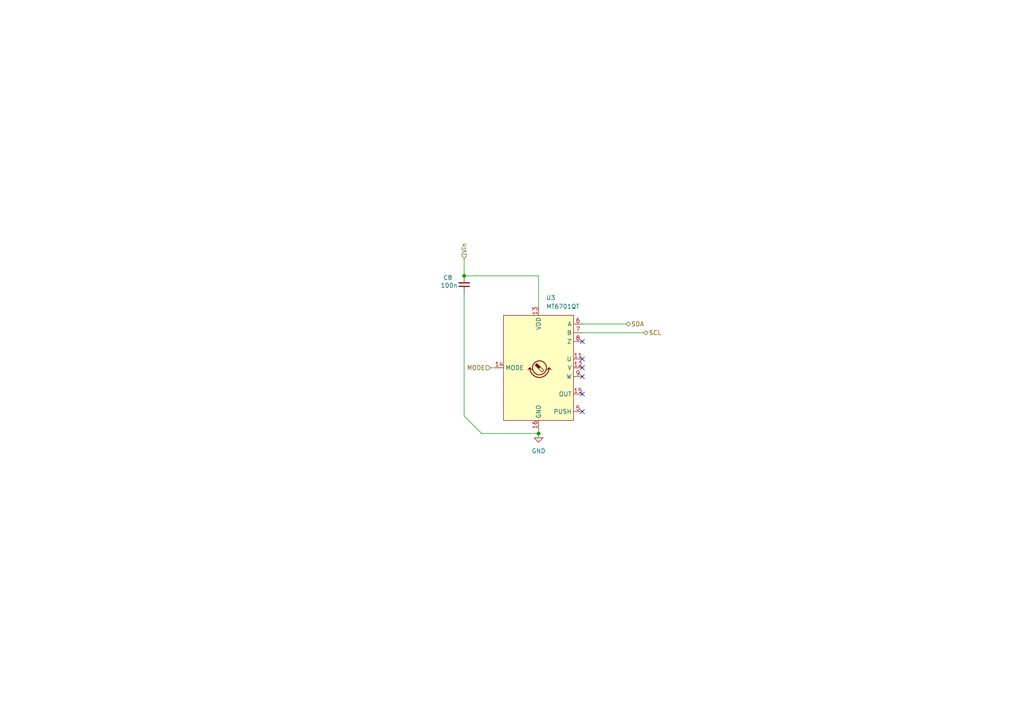
<source format=kicad_sch>
(kicad_sch (version 20250114) (generator "eeschema") (generator_version "9.0")
  (paper "A4")
  (title_block (title "QNOB") (date "2025-04-17") (rev "0.5") (company "12M Design") (comment 1 "Alper Basaran"))
  (lib_symbols
    (symbol "Device:C_Small" (pin_numbers (hide yes)) (pin_names (offset 0.254) (hide yes))
      (property "Reference" "C" (at 0.254 1.778 0))
      (property "Value" "C_Small" (at 0.254 -2.032 0))
      (symbol "C_Small_0_1"
        (polyline (pts (xy -1.524 0.508) (xy 1.524 0.508)) (stroke (width 0.3048)))
        (polyline (pts (xy -1.524 -0.508) (xy 1.524 -0.508)) (stroke (width 0.3302)))
      )
      (symbol "C_Small_1_1"
        (pin passive line (at 0 2.54 270) (length 2.032) (name "~") (number "1"))
        (pin passive line (at 0 -2.54 90) (length 2.032) (name "~") (number "2"))
      )
    )
    (symbol "Sensor_Magnetic:MT6701QT"
      (property "Reference" "U" (at -9.6632 16.4397 0))
      (property "Value" "MT6701QT" (at 5.5155 16.4397 0))
      (symbol "MT6701QT_0_1"
        (polyline (pts (xy -2.54 0) (xy -3.048 -0.508)) (stroke (width 0.254)))
        (polyline (pts (xy -2.54 0) (xy -2.032 -0.508)) (stroke (width 0.254)))
        (arc (start 3.048 0) (mid 0.254 -2.7819) (end -2.54 0) (stroke (width 0.254)))
        (polyline (pts (xy 3.048 0) (xy 2.54 -0.508)) (stroke (width 0.254)))
        (polyline (pts (xy 3.048 0) (xy 3.556 -0.508)) (stroke (width 0.254)))
      )
      (symbol "MT6701QT_1_1"
        (rectangle (start -10.16 15.24) (end 10.16 -15.24) (fill (type background)))
        (polyline (pts (xy -0.508 1.27) (xy 0.508 0.254) (xy 0 -0.254) (xy -1.016 0.762) (xy -0.762 1.016) (xy -0.508 1.27) (xy -0.381 1.143)) (fill (type outline)))
        (circle (center 0.254 0) (radius 2.032) (stroke (width 0.254)))
        (polyline (pts (xy 0.508 0.254) (xy 1.524 -0.762) (xy 1.016 -1.27) (xy 0 -0.254)))
        (pin input line (at -12.7 0 0) (length 2.54) (name "MODE") (number "14"))
        (pin no_connect line (at -10.16 12.7 0) (length 2.54) (hide yes) (name "NC") (number "1"))
        (pin no_connect line (at -10.16 10.16 0) (length 2.54) (hide yes) (name "NC") (number "2"))
        (pin no_connect line (at -10.16 7.62 0) (length 2.54) (hide yes) (name "NC") (number "3"))
        (pin no_connect line (at -10.16 5.08 0) (length 2.54) (hide yes) (name "NC") (number "4"))
        (pin no_connect line (at -10.16 2.54 0) (length 2.54) (hide yes) (name "NC") (number "10"))
        (pin power_in line (at 0 17.78 270) (length 2.54) (name "VDD") (number "13"))
        (pin power_in line (at 0 -17.78 90) (length 2.54) (name "GND") (number "16"))
        (pin passive line (at 0 -17.78 90) (length 2.54) (hide yes) (name "GND") (number "17"))
        (pin output line (at 12.7 12.7 180) (length 2.54) (name "A") (number "6"))
        (pin output line (at 12.7 10.16 180) (length 2.54) (name "B") (number "7"))
        (pin output line (at 12.7 7.62 180) (length 2.54) (name "Z") (number "8"))
        (pin output line (at 12.7 2.54 180) (length 2.54) (name "U") (number "11"))
        (pin output line (at 12.7 0 180) (length 2.54) (name "V") (number "12"))
        (pin output line (at 12.7 -2.54 180) (length 2.54) (name "W") (number "9"))
        (pin output line (at 12.7 -7.62 180) (length 2.54) (name "OUT") (number "15"))
        (pin output line (at 12.7 -12.7 180) (length 2.54) (name "PUSH") (number "5"))
      )
    )
    (symbol "power:GND" (power) (pin_names (offset 0))
      (property "Value" "GND" (at 0 -3.81 0))
      (symbol "GND_0_1"
        (polyline (pts (xy 0 0) (xy 0 -1.27) (xy 1.27 -1.27) (xy 0 -2.54) (xy -1.27 -1.27) (xy 0 -1.27)))
      )
      (symbol "GND_1_1"
        (pin power_in line (at 0 0 270) (length 0) (hide yes) (name "GND") (number "1"))
      )
    )
  )
  (junction (at 156.21 125.73))
  (junction (at 134.62 80.01))
  (no_connect (at 168.91 106.68))
  (no_connect (at 168.91 119.38))
  (no_connect (at 168.91 99.06))
  (no_connect (at 168.91 109.22))
  (no_connect (at 168.91 114.3))
  (no_connect (at 168.91 104.14))
  (wire (pts (xy 156.21 125.73) (xy 139.7 125.73)))
  (wire (pts (xy 156.21 124.46) (xy 156.21 125.73)))
  (wire (pts (xy 143.51 106.68) (xy 142.24 106.68)))
  (wire (pts (xy 168.91 93.98) (xy 181.61 93.98)))
  (wire (pts (xy 134.62 80.01) (xy 156.21 80.01)))
  (wire (pts (xy 134.62 74.93) (xy 134.62 80.01)))
  (wire (pts (xy 139.7 125.73) (xy 134.62 120.65)))
  (wire (pts (xy 168.91 96.52) (xy 186.69 96.52)))
  (wire (pts (xy 134.62 85.09) (xy 134.62 120.65)))
  (wire (pts (xy 156.21 88.9) (xy 156.21 80.01)))
  (hierarchical_label "SCL" (shape bidirectional) (at 186.69 96.52 0))
  (hierarchical_label "MODE" (shape input) (at 142.24 106.68 180))
  (hierarchical_label "SDA" (shape bidirectional) (at 181.61 93.98 0))
  (hierarchical_label "Vin" (shape input) (at 134.62 74.93 90))
  (symbol (lib_id "Device:C_Small") (at 134.62 82.55 180) (unit 1)
    (property "Reference" "C8" (at 128.524 80.518 0) (effects (justify right)))
    (property "Value" "100n" (at 127.762 82.804 0) (effects (justify right)))
    (property "Footprint" "Capacitor_SMD:C_0402_1005Metric" (effects (hide yes)))
    (property "Description" "Unpolarized capacitor, small symbol" (effects (hide yes)))
  )
  (symbol (lib_id "power:GND") (at 156.21 125.73 0) (unit 1)
    (property "Reference" "#PWR0102" (effects (hide yes)))
    (property "Value" "GND" (at 156.21 130.81 0))
  )
  (symbol (lib_id "Sensor_Magnetic:MT6701QT") (at 156.21 106.68 0) (unit 1)
    (property "Reference" "U3" (at 158.3533 86.36 0) (effects (justify left)))
    (property "Value" "MT6701QT" (at 158.3533 88.9 0) (effects (justify left)))
    (property "Footprint" "Package_DFN_QFN:QFN-16-1EP_3x3mm_P0.5mm_EP1.7x1.7mm" (effects (hide yes)))
    (property "Datasheet" "https://www.magntek.com.cn/upload/MT6701_Rev.1.5.pdf" (effects (hide yes)))
    (property "Description" "Hall Based Angle Position Encoder Sensor, I2C, SSI, ABZ & UVW interfaces, 3.3..5V supply, QFN-16" (effects (hide yes)))
  )
)
</source>
